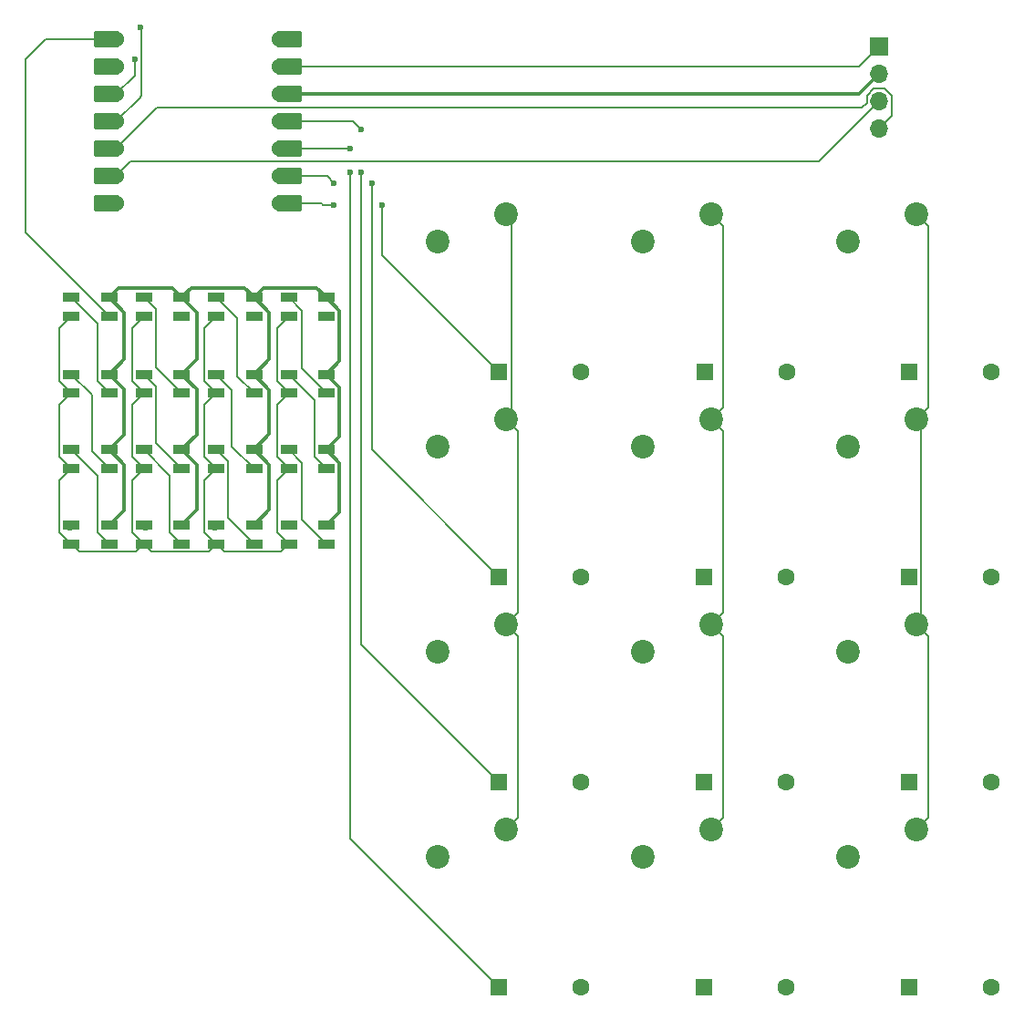
<source format=gbr>
%TF.GenerationSoftware,KiCad,Pcbnew,9.0.6*%
%TF.CreationDate,2025-12-29T13:42:38-07:00*%
%TF.ProjectId,RatPad,52617450-6164-42e6-9b69-6361645f7063,2*%
%TF.SameCoordinates,Original*%
%TF.FileFunction,Copper,L1,Top*%
%TF.FilePolarity,Positive*%
%FSLAX46Y46*%
G04 Gerber Fmt 4.6, Leading zero omitted, Abs format (unit mm)*
G04 Created by KiCad (PCBNEW 9.0.6) date 2025-12-29 13:42:38*
%MOMM*%
%LPD*%
G01*
G04 APERTURE LIST*
G04 Aperture macros list*
%AMRoundRect*
0 Rectangle with rounded corners*
0 $1 Rounding radius*
0 $2 $3 $4 $5 $6 $7 $8 $9 X,Y pos of 4 corners*
0 Add a 4 corners polygon primitive as box body*
4,1,4,$2,$3,$4,$5,$6,$7,$8,$9,$2,$3,0*
0 Add four circle primitives for the rounded corners*
1,1,$1+$1,$2,$3*
1,1,$1+$1,$4,$5*
1,1,$1+$1,$6,$7*
1,1,$1+$1,$8,$9*
0 Add four rect primitives between the rounded corners*
20,1,$1+$1,$2,$3,$4,$5,0*
20,1,$1+$1,$4,$5,$6,$7,0*
20,1,$1+$1,$6,$7,$8,$9,0*
20,1,$1+$1,$8,$9,$2,$3,0*%
G04 Aperture macros list end*
%TA.AperFunction,SMDPad,CuDef*%
%ADD10R,1.600000X0.850000*%
%TD*%
%TA.AperFunction,ComponentPad*%
%ADD11C,2.200000*%
%TD*%
%TA.AperFunction,ComponentPad*%
%ADD12RoundRect,0.250000X-0.550000X-0.550000X0.550000X-0.550000X0.550000X0.550000X-0.550000X0.550000X0*%
%TD*%
%TA.AperFunction,ComponentPad*%
%ADD13C,1.600000*%
%TD*%
%TA.AperFunction,ComponentPad*%
%ADD14R,1.700000X1.700000*%
%TD*%
%TA.AperFunction,ComponentPad*%
%ADD15O,1.700000X1.700000*%
%TD*%
%TA.AperFunction,SMDPad,CuDef*%
%ADD16RoundRect,0.152400X-1.063600X-0.609600X1.063600X-0.609600X1.063600X0.609600X-1.063600X0.609600X0*%
%TD*%
%TA.AperFunction,ComponentPad*%
%ADD17C,1.524000*%
%TD*%
%TA.AperFunction,SMDPad,CuDef*%
%ADD18RoundRect,0.152400X1.063600X0.609600X-1.063600X0.609600X-1.063600X-0.609600X1.063600X-0.609600X0*%
%TD*%
%TA.AperFunction,ViaPad*%
%ADD19C,0.600000*%
%TD*%
%TA.AperFunction,Conductor*%
%ADD20C,0.200000*%
%TD*%
%TA.AperFunction,Conductor*%
%ADD21C,0.300000*%
%TD*%
G04 APERTURE END LIST*
D10*
%TO.P,D7,4,VDD*%
%TO.N,+5V*%
X116846250Y-95756250D03*
%TO.P,D7,3,DIN*%
%TO.N,Net-(D6-DOUT)*%
X116846250Y-97506250D03*
%TO.P,D7,2,VSS*%
%TO.N,GND*%
X113346250Y-97506250D03*
%TO.P,D7,1,DOUT*%
%TO.N,Net-(D7-DOUT)*%
X113346250Y-95756250D03*
%TD*%
%TO.P,D11,4,VDD*%
%TO.N,+5V*%
X123566250Y-95756250D03*
%TO.P,D11,3,DIN*%
%TO.N,Net-(D10-DOUT)*%
X123566250Y-97506250D03*
%TO.P,D11,2,VSS*%
%TO.N,GND*%
X120066250Y-97506250D03*
%TO.P,D11,1,DOUT*%
%TO.N,Net-(D11-DOUT)*%
X120066250Y-95756250D03*
%TD*%
%TO.P,D14,4,VDD*%
%TO.N,+5V*%
X130286250Y-88756250D03*
%TO.P,D14,3,DIN*%
%TO.N,Net-(D13-DOUT)*%
X130286250Y-90506250D03*
%TO.P,D14,2,VSS*%
%TO.N,GND*%
X126786250Y-90506250D03*
%TO.P,D14,1,DOUT*%
%TO.N,Net-(D14-DOUT)*%
X126786250Y-88756250D03*
%TD*%
%TO.P,D16,4,VDD*%
%TO.N,+5V*%
X130286250Y-102756250D03*
%TO.P,D16,3,DIN*%
%TO.N,Net-(D15-DOUT)*%
X130286250Y-104506250D03*
%TO.P,D16,2,VSS*%
%TO.N,GND*%
X126786250Y-104506250D03*
%TO.P,D16,1,DOUT*%
%TO.N,unconnected-(D16-DOUT-Pad1)*%
X126786250Y-102756250D03*
%TD*%
%TO.P,D6,4,VDD*%
%TO.N,+5V*%
X116846250Y-88756250D03*
%TO.P,D6,3,DIN*%
%TO.N,Net-(D5-DOUT)*%
X116846250Y-90506250D03*
%TO.P,D6,2,VSS*%
%TO.N,GND*%
X113346250Y-90506250D03*
%TO.P,D6,1,DOUT*%
%TO.N,Net-(D6-DOUT)*%
X113346250Y-88756250D03*
%TD*%
%TO.P,D8,4,VDD*%
%TO.N,+5V*%
X116846250Y-102756250D03*
%TO.P,D8,3,DIN*%
%TO.N,Net-(D7-DOUT)*%
X116846250Y-104506250D03*
%TO.P,D8,2,VSS*%
%TO.N,GND*%
X113346250Y-104506250D03*
%TO.P,D8,1,DOUT*%
%TO.N,Net-(D8-DOUT)*%
X113346250Y-102756250D03*
%TD*%
%TO.P,D4,4,VDD*%
%TO.N,+5V*%
X110126250Y-102756250D03*
%TO.P,D4,3,DIN*%
%TO.N,Net-(D3-DOUT)*%
X110126250Y-104506250D03*
%TO.P,D4,2,VSS*%
%TO.N,GND*%
X106626250Y-104506250D03*
%TO.P,D4,1,DOUT*%
%TO.N,Net-(D4-DOUT)*%
X106626250Y-102756250D03*
%TD*%
%TO.P,D3,4,VDD*%
%TO.N,+5V*%
X110126250Y-95756250D03*
%TO.P,D3,3,DIN*%
%TO.N,Net-(D2-DOUT)*%
X110126250Y-97506250D03*
%TO.P,D3,2,VSS*%
%TO.N,GND*%
X106626250Y-97506250D03*
%TO.P,D3,1,DOUT*%
%TO.N,Net-(D3-DOUT)*%
X106626250Y-95756250D03*
%TD*%
%TO.P,D10,4,VDD*%
%TO.N,+5V*%
X123566250Y-88756250D03*
%TO.P,D10,3,DIN*%
%TO.N,Net-(D10-DIN)*%
X123566250Y-90506250D03*
%TO.P,D10,2,VSS*%
%TO.N,GND*%
X120066250Y-90506250D03*
%TO.P,D10,1,DOUT*%
%TO.N,Net-(D10-DOUT)*%
X120066250Y-88756250D03*
%TD*%
%TO.P,D2,4,VDD*%
%TO.N,+5V*%
X110126250Y-88756250D03*
%TO.P,D2,3,DIN*%
%TO.N,Net-(D1-DOUT)*%
X110126250Y-90506250D03*
%TO.P,D2,2,VSS*%
%TO.N,GND*%
X106626250Y-90506250D03*
%TO.P,D2,1,DOUT*%
%TO.N,Net-(D2-DOUT)*%
X106626250Y-88756250D03*
%TD*%
%TO.P,D12,4,VDD*%
%TO.N,+5V*%
X123566250Y-102756250D03*
%TO.P,D12,3,DIN*%
%TO.N,Net-(D11-DOUT)*%
X123566250Y-104506250D03*
%TO.P,D12,2,VSS*%
%TO.N,GND*%
X120066250Y-104506250D03*
%TO.P,D12,1,DOUT*%
%TO.N,Net-(D12-DOUT)*%
X120066250Y-102756250D03*
%TD*%
%TO.P,D15,4,VDD*%
%TO.N,+5V*%
X130286250Y-95756250D03*
%TO.P,D15,3,DIN*%
%TO.N,Net-(D14-DOUT)*%
X130286250Y-97506250D03*
%TO.P,D15,2,VSS*%
%TO.N,GND*%
X126786250Y-97506250D03*
%TO.P,D15,1,DOUT*%
%TO.N,Net-(D15-DOUT)*%
X126786250Y-95756250D03*
%TD*%
D11*
%TO.P,SW12,1,1*%
%TO.N,Col 3*%
X185040000Y-131070000D03*
%TO.P,SW12,2,2*%
%TO.N,Net-(D28-A)*%
X178690000Y-133610000D03*
%TD*%
%TO.P,SW11,1,1*%
%TO.N,Col 3*%
X185040000Y-112020000D03*
%TO.P,SW11,2,2*%
%TO.N,Net-(D25-A)*%
X178690000Y-114560000D03*
%TD*%
%TO.P,SW10,1,1*%
%TO.N,Col 3*%
X185040000Y-92970000D03*
%TO.P,SW10,2,2*%
%TO.N,Net-(D22-A)*%
X178690000Y-95510000D03*
%TD*%
%TO.P,SW9,1,1*%
%TO.N,Col 3*%
X185040000Y-73920000D03*
%TO.P,SW9,2,2*%
%TO.N,Net-(D19-A)*%
X178690000Y-76460000D03*
%TD*%
%TO.P,SW8,1,1*%
%TO.N,Col 2*%
X165990000Y-131070000D03*
%TO.P,SW8,2,2*%
%TO.N,Net-(D27-A)*%
X159640000Y-133610000D03*
%TD*%
%TO.P,SW7,1,1*%
%TO.N,Col 2*%
X165990000Y-112020000D03*
%TO.P,SW7,2,2*%
%TO.N,Net-(D24-A)*%
X159640000Y-114560000D03*
%TD*%
%TO.P,SW6,1,1*%
%TO.N,Col 2*%
X165990000Y-92970000D03*
%TO.P,SW6,2,2*%
%TO.N,Net-(D21-A)*%
X159640000Y-95510000D03*
%TD*%
%TO.P,SW5,1,1*%
%TO.N,Col 2*%
X165990000Y-73920000D03*
%TO.P,SW5,2,2*%
%TO.N,Net-(D18-A)*%
X159640000Y-76460000D03*
%TD*%
%TO.P,SW4,1,1*%
%TO.N,Col 1*%
X146940000Y-131070000D03*
%TO.P,SW4,2,2*%
%TO.N,Net-(D26-A)*%
X140590000Y-133610000D03*
%TD*%
%TO.P,SW3,1,1*%
%TO.N,Col 1*%
X146940000Y-112020000D03*
%TO.P,SW3,2,2*%
%TO.N,Net-(D23-A)*%
X140590000Y-114560000D03*
%TD*%
%TO.P,SW2,1,1*%
%TO.N,Col 1*%
X146940000Y-92970000D03*
%TO.P,SW2,2,2*%
%TO.N,Net-(D20-A)*%
X140590000Y-95510000D03*
%TD*%
%TO.P,SW1,1,1*%
%TO.N,Col 1*%
X146940000Y-73920000D03*
%TO.P,SW1,2,2*%
%TO.N,Net-(D17-A)*%
X140590000Y-76460000D03*
%TD*%
D12*
%TO.P,D28,1,K*%
%TO.N,Row 4*%
X184405000Y-145675000D03*
D13*
%TO.P,D28,2,A*%
%TO.N,Net-(D28-A)*%
X192025000Y-145675000D03*
%TD*%
D12*
%TO.P,D27,1,K*%
%TO.N,Row 4*%
X165355000Y-145675000D03*
D13*
%TO.P,D27,2,A*%
%TO.N,Net-(D27-A)*%
X172975000Y-145675000D03*
%TD*%
D12*
%TO.P,D26,1,K*%
%TO.N,Row 4*%
X146305000Y-145675000D03*
D13*
%TO.P,D26,2,A*%
%TO.N,Net-(D26-A)*%
X153925000Y-145675000D03*
%TD*%
D12*
%TO.P,D25,1,K*%
%TO.N,Row 3*%
X184405000Y-126625000D03*
D13*
%TO.P,D25,2,A*%
%TO.N,Net-(D25-A)*%
X192025000Y-126625000D03*
%TD*%
D12*
%TO.P,D24,1,K*%
%TO.N,Row 3*%
X165355000Y-126625000D03*
D13*
%TO.P,D24,2,A*%
%TO.N,Net-(D24-A)*%
X172975000Y-126625000D03*
%TD*%
D12*
%TO.P,D23,1,K*%
%TO.N,Row 3*%
X146305000Y-126625000D03*
D13*
%TO.P,D23,2,A*%
%TO.N,Net-(D23-A)*%
X153925000Y-126625000D03*
%TD*%
D12*
%TO.P,D22,1,K*%
%TO.N,Row 2*%
X184405000Y-107575000D03*
D13*
%TO.P,D22,2,A*%
%TO.N,Net-(D22-A)*%
X192025000Y-107575000D03*
%TD*%
D12*
%TO.P,D21,1,K*%
%TO.N,Row 2*%
X165355000Y-107575000D03*
D13*
%TO.P,D21,2,A*%
%TO.N,Net-(D21-A)*%
X172975000Y-107575000D03*
%TD*%
D12*
%TO.P,D20,1,K*%
%TO.N,Row 2*%
X146305000Y-107575000D03*
D13*
%TO.P,D20,2,A*%
%TO.N,Net-(D20-A)*%
X153925000Y-107575000D03*
%TD*%
D12*
%TO.P,D19,1,K*%
%TO.N,Row 1*%
X184405000Y-88525000D03*
D13*
%TO.P,D19,2,A*%
%TO.N,Net-(D19-A)*%
X192025000Y-88525000D03*
%TD*%
D12*
%TO.P,D18,1,K*%
%TO.N,Row 1*%
X165405000Y-88525000D03*
D13*
%TO.P,D18,2,A*%
%TO.N,Net-(D18-A)*%
X173025000Y-88525000D03*
%TD*%
D12*
%TO.P,D17,1,K*%
%TO.N,Row 1*%
X146305000Y-88525000D03*
D13*
%TO.P,D17,2,A*%
%TO.N,Net-(D17-A)*%
X153925000Y-88525000D03*
%TD*%
D10*
%TO.P,D1,4,VDD*%
%TO.N,+5V*%
X110126250Y-81631250D03*
%TO.P,D1,3,DIN*%
%TO.N,Net-(D1-DIN)*%
X110126250Y-83381250D03*
%TO.P,D1,2,VSS*%
%TO.N,GND*%
X106626250Y-83381250D03*
%TO.P,D1,1,DOUT*%
%TO.N,Net-(D1-DOUT)*%
X106626250Y-81631250D03*
%TD*%
%TO.P,D9,4,VDD*%
%TO.N,+5V*%
X123566250Y-81631250D03*
%TO.P,D9,3,DIN*%
%TO.N,Net-(D8-DOUT)*%
X123566250Y-83381250D03*
%TO.P,D9,2,VSS*%
%TO.N,GND*%
X120066250Y-83381250D03*
%TO.P,D9,1,DOUT*%
%TO.N,Net-(D10-DIN)*%
X120066250Y-81631250D03*
%TD*%
%TO.P,D5,4,VDD*%
%TO.N,+5V*%
X116846250Y-81631250D03*
%TO.P,D5,3,DIN*%
%TO.N,Net-(D4-DOUT)*%
X116846250Y-83381250D03*
%TO.P,D5,2,VSS*%
%TO.N,GND*%
X113346250Y-83381250D03*
%TO.P,D5,1,DOUT*%
%TO.N,Net-(D5-DOUT)*%
X113346250Y-81631250D03*
%TD*%
%TO.P,D13,4,VDD*%
%TO.N,+5V*%
X130286250Y-81631250D03*
%TO.P,D13,3,DIN*%
%TO.N,Net-(D12-DOUT)*%
X130286250Y-83381250D03*
%TO.P,D13,2,VSS*%
%TO.N,GND*%
X126786250Y-83381250D03*
%TO.P,D13,1,DOUT*%
%TO.N,Net-(D13-DOUT)*%
X126786250Y-81631250D03*
%TD*%
D14*
%TO.P,OLED1,1,GND*%
%TO.N,GND*%
X181615000Y-58305000D03*
D15*
%TO.P,OLED1,2,VCC*%
%TO.N,+3.3V*%
X181615000Y-60845000D03*
%TO.P,OLED1,3,SCL*%
%TO.N,Net-(OLED1-SCL)*%
X181615000Y-63385000D03*
%TO.P,OLED1,4,SDA*%
%TO.N,Net-(OLED1-SDA)*%
X181615000Y-65925000D03*
%TD*%
D16*
%TO.P,U1,14,VBUS*%
%TO.N,+5V*%
X126835000Y-57650000D03*
D17*
X126000000Y-57650000D03*
D16*
%TO.P,U1,13,GND*%
%TO.N,GND*%
X126835000Y-60190000D03*
D17*
X126000000Y-60190000D03*
D16*
%TO.P,U1,12,3V3*%
%TO.N,+3.3V*%
X126835000Y-62730000D03*
D17*
X126000000Y-62730000D03*
D16*
%TO.P,U1,11,GPIO3/MOSI*%
%TO.N,Row 3*%
X126835000Y-65270000D03*
D17*
X126000000Y-65270000D03*
D16*
%TO.P,U1,10,GPIO4/MISO*%
%TO.N,Row 4*%
X126835000Y-67810000D03*
D17*
X126000000Y-67810000D03*
D16*
%TO.P,U1,9,GPIO2/SCK*%
%TO.N,Row 2*%
X126835000Y-70350000D03*
D17*
X126000000Y-70350000D03*
D16*
%TO.P,U1,8,GPIO1/RX*%
%TO.N,Row 1*%
X126835000Y-72890000D03*
D17*
X126000000Y-72890000D03*
%TO.P,U1,7,GPIO0/TX*%
%TO.N,unconnected-(U1-GPIO0{slash}TX-Pad7)*%
X110760000Y-72890000D03*
D18*
X109925000Y-72890000D03*
D17*
%TO.P,U1,6,GPIO7/SCL*%
%TO.N,Net-(OLED1-SCL)*%
X110760000Y-70350000D03*
D18*
X109925000Y-70350000D03*
D17*
%TO.P,U1,5,GPIO6/SDA*%
%TO.N,Net-(OLED1-SDA)*%
X110760000Y-67810000D03*
D18*
X109925000Y-67810000D03*
D17*
%TO.P,U1,4,GPIO29/ADC3/A3*%
%TO.N,Col 3*%
X110760000Y-65270000D03*
D18*
X109925000Y-65270000D03*
D17*
%TO.P,U1,3,GPIO28/ADC2/A2*%
%TO.N,Col 2*%
X110760000Y-62730000D03*
D18*
X109925000Y-62730000D03*
D17*
%TO.P,U1,2,GPIO27/ADC1/A1*%
%TO.N,Col 1*%
X110760000Y-60190000D03*
D18*
X109925000Y-60190000D03*
D17*
%TO.P,U1,1,GPIO26/ADC0/A0*%
%TO.N,Net-(D1-DIN)*%
X110760000Y-57650000D03*
D18*
X109925000Y-57650000D03*
%TD*%
D19*
%TO.N,Net-(D12-DOUT)*%
X120000000Y-103000000D03*
%TO.N,Net-(D4-DOUT)*%
X106500000Y-103000000D03*
%TO.N,Net-(D8-DOUT)*%
X113500000Y-103000000D03*
%TO.N,GND*%
X120066250Y-83381250D03*
%TO.N,Col 3*%
X113000000Y-56500000D03*
%TO.N,Col 2*%
X112500000Y-59500000D03*
%TO.N,Row 1*%
X131000000Y-73000000D03*
X135500000Y-73000000D03*
%TO.N,Row 2*%
X134500000Y-71000000D03*
X131000000Y-71000000D03*
%TO.N,Row 3*%
X133500000Y-66000000D03*
X133500000Y-70000000D03*
%TO.N,Row 4*%
X132500000Y-70000000D03*
X132500000Y-67810000D03*
%TO.N,+5V*%
X130286250Y-81631250D03*
%TO.N,Net-(D12-DOUT)*%
X130286250Y-83381250D03*
%TO.N,Net-(D8-DOUT)*%
X123566250Y-83381250D03*
%TO.N,Net-(D4-DOUT)*%
X116846250Y-83381250D03*
%TD*%
D20*
%TO.N,Net-(OLED1-SDA)*%
X114570000Y-64000000D02*
X110760000Y-67810000D01*
X180464000Y-63536000D02*
X180000000Y-64000000D01*
X181138240Y-62234000D02*
X180464000Y-62908240D01*
X180464000Y-62908240D02*
X180464000Y-63536000D01*
X182766000Y-62908240D02*
X182091760Y-62234000D01*
X182091760Y-62234000D02*
X181138240Y-62234000D01*
X180000000Y-64000000D02*
X114570000Y-64000000D01*
X182766000Y-64774000D02*
X182766000Y-62908240D01*
X181615000Y-65925000D02*
X182766000Y-64774000D01*
D21*
%TO.N,+5V*%
X129405000Y-80750000D02*
X130286250Y-81631250D01*
X124447500Y-80750000D02*
X129405000Y-80750000D01*
X123566250Y-81631250D02*
X124447500Y-80750000D01*
X122685000Y-80750000D02*
X123566250Y-81631250D01*
X117727500Y-80750000D02*
X122685000Y-80750000D01*
X116846250Y-81631250D02*
X117727500Y-80750000D01*
X115965000Y-80750000D02*
X116846250Y-81631250D01*
X111007500Y-80750000D02*
X115965000Y-80750000D01*
X110126250Y-81631250D02*
X111007500Y-80750000D01*
X118250000Y-83035000D02*
X118250000Y-87352500D01*
X116846250Y-81631250D02*
X118250000Y-83035000D01*
X118250000Y-87352500D02*
X116846250Y-88756250D01*
X118250000Y-90160000D02*
X118250000Y-94352500D01*
X116846250Y-88756250D02*
X118250000Y-90160000D01*
X118250000Y-94352500D02*
X116846250Y-95756250D01*
X118250000Y-101352500D02*
X116846250Y-102756250D01*
X118250000Y-97160000D02*
X118250000Y-101352500D01*
X116846250Y-95756250D02*
X118250000Y-97160000D01*
X125000000Y-97190000D02*
X125000000Y-101322500D01*
X125000000Y-101322500D02*
X123566250Y-102756250D01*
X123566250Y-95756250D02*
X125000000Y-97190000D01*
X125000000Y-94322500D02*
X123566250Y-95756250D01*
X125000000Y-90190000D02*
X125000000Y-94322500D01*
X123566250Y-88756250D02*
X125000000Y-90190000D01*
X125000000Y-87322500D02*
X123566250Y-88756250D01*
X123566250Y-81631250D02*
X125000000Y-83065000D01*
X125000000Y-83065000D02*
X125000000Y-87322500D01*
D20*
%TO.N,GND*%
X118965250Y-103405250D02*
X120066250Y-104506250D01*
X118965250Y-98607250D02*
X118965250Y-103405250D01*
X120066250Y-97506250D02*
X118965250Y-98607250D01*
X105525250Y-96405250D02*
X106626250Y-97506250D01*
X105525250Y-91607250D02*
X105525250Y-96405250D01*
X106626250Y-90506250D02*
X105525250Y-91607250D01*
X112245250Y-91607250D02*
X112245250Y-96405250D01*
X113346250Y-90506250D02*
X112245250Y-91607250D01*
X112245250Y-96405250D02*
X113346250Y-97506250D01*
X125685250Y-96405250D02*
X126786250Y-97506250D01*
X125685250Y-91607250D02*
X125685250Y-96405250D01*
X126786250Y-90506250D02*
X125685250Y-91607250D01*
X118965250Y-84482250D02*
X118965250Y-89405250D01*
X120066250Y-83381250D02*
X118965250Y-84482250D01*
X118965250Y-89405250D02*
X120066250Y-90506250D01*
X105525250Y-89405250D02*
X106626250Y-90506250D01*
X105525250Y-84482250D02*
X105525250Y-89405250D01*
X106626250Y-83381250D02*
X105525250Y-84482250D01*
D21*
%TO.N,+5V*%
X131500000Y-87542500D02*
X130286250Y-88756250D01*
X131500000Y-82845000D02*
X131500000Y-87542500D01*
X130286250Y-81631250D02*
X131500000Y-82845000D01*
D20*
%TO.N,Net-(D13-DOUT)*%
X128000000Y-82845000D02*
X128000000Y-88220000D01*
X126786250Y-81631250D02*
X128000000Y-82845000D01*
X128000000Y-88220000D02*
X130286250Y-90506250D01*
%TO.N,GND*%
X125685250Y-89405250D02*
X126786250Y-90506250D01*
X125685250Y-84482250D02*
X125685250Y-89405250D01*
X126786250Y-83381250D02*
X125685250Y-84482250D01*
%TO.N,Net-(D10-DIN)*%
X122000000Y-88940000D02*
X123566250Y-90506250D01*
X122000000Y-83565000D02*
X122000000Y-88940000D01*
X120066250Y-81631250D02*
X122000000Y-83565000D01*
%TO.N,Net-(D5-DOUT)*%
X114447250Y-88107250D02*
X116846250Y-90506250D01*
X114447250Y-82732250D02*
X114447250Y-88107250D01*
X113346250Y-81631250D02*
X114447250Y-82732250D01*
%TO.N,GND*%
X112245250Y-89405250D02*
X113346250Y-90506250D01*
X112245250Y-84482250D02*
X112245250Y-89405250D01*
X113346250Y-83381250D02*
X112245250Y-84482250D01*
D21*
%TO.N,+5V*%
X111500000Y-87382500D02*
X110126250Y-88756250D01*
X110126250Y-81631250D02*
X111500000Y-83005000D01*
X111500000Y-83005000D02*
X111500000Y-87382500D01*
D20*
%TO.N,Net-(D1-DOUT)*%
X109025250Y-84030250D02*
X109025250Y-89405250D01*
X109025250Y-89405250D02*
X110126250Y-90506250D01*
X106626250Y-81631250D02*
X109025250Y-84030250D01*
%TO.N,Net-(D2-DOUT)*%
X108500000Y-95880000D02*
X110126250Y-97506250D01*
X108500000Y-90630000D02*
X108500000Y-95880000D01*
X106626250Y-88756250D02*
X108500000Y-90630000D01*
D21*
%TO.N,+5V*%
X111500000Y-90130000D02*
X111500000Y-94382500D01*
X111500000Y-94382500D02*
X110126250Y-95756250D01*
X110126250Y-88756250D02*
X111500000Y-90130000D01*
D20*
%TO.N,Net-(D6-DOUT)*%
X114500000Y-95160000D02*
X116846250Y-97506250D01*
X113346250Y-88756250D02*
X114500000Y-89910000D01*
X114500000Y-89910000D02*
X114500000Y-95160000D01*
%TO.N,GND*%
X118965250Y-96405250D02*
X120066250Y-97506250D01*
X118965250Y-91607250D02*
X118965250Y-96405250D01*
X120066250Y-90506250D02*
X118965250Y-91607250D01*
%TO.N,Net-(D10-DOUT)*%
X121500000Y-90190000D02*
X121500000Y-95440000D01*
X120066250Y-88756250D02*
X121500000Y-90190000D01*
X121500000Y-95440000D02*
X123566250Y-97506250D01*
D21*
%TO.N,+5V*%
X131500000Y-89970000D02*
X131500000Y-94542500D01*
X130286250Y-88756250D02*
X131500000Y-89970000D01*
X131500000Y-94542500D02*
X130286250Y-95756250D01*
D20*
%TO.N,Net-(D14-DOUT)*%
X129185250Y-96405250D02*
X130286250Y-97506250D01*
X126786250Y-88756250D02*
X129185250Y-91155250D01*
X129185250Y-91155250D02*
X129185250Y-96405250D01*
D21*
%TO.N,+5V*%
X131500000Y-101542500D02*
X130286250Y-102756250D01*
X131500000Y-96970000D02*
X131500000Y-101542500D01*
X130286250Y-95756250D02*
X131500000Y-96970000D01*
D20*
%TO.N,Net-(D15-DOUT)*%
X128000000Y-102220000D02*
X130286250Y-104506250D01*
X128000000Y-96970000D02*
X128000000Y-102220000D01*
X126786250Y-95756250D02*
X128000000Y-96970000D01*
%TO.N,GND*%
X125685250Y-103405250D02*
X126786250Y-104506250D01*
X126786250Y-97506250D02*
X125685250Y-98607250D01*
X125685250Y-98607250D02*
X125685250Y-103405250D01*
X112245250Y-103405250D02*
X113346250Y-104506250D01*
X112245250Y-98607250D02*
X112245250Y-103405250D01*
X113346250Y-97506250D02*
X112245250Y-98607250D01*
%TO.N,Net-(D7-DOUT)*%
X115745250Y-98155250D02*
X115745250Y-103405250D01*
X115745250Y-103405250D02*
X116846250Y-104506250D01*
X113346250Y-95756250D02*
X115745250Y-98155250D01*
%TO.N,Net-(D11-DOUT)*%
X121167250Y-102107250D02*
X123566250Y-104506250D01*
X120066250Y-95756250D02*
X121167250Y-96857250D01*
X121167250Y-96857250D02*
X121167250Y-102107250D01*
D21*
%TO.N,+5V*%
X111500000Y-97130000D02*
X111500000Y-101382500D01*
X111500000Y-101382500D02*
X110126250Y-102756250D01*
X110126250Y-95756250D02*
X111500000Y-97130000D01*
D20*
%TO.N,Net-(D3-DOUT)*%
X109025250Y-103405250D02*
X110126250Y-104506250D01*
X109025250Y-98155250D02*
X109025250Y-103405250D01*
X106626250Y-95756250D02*
X109025250Y-98155250D01*
%TO.N,GND*%
X105525250Y-98607250D02*
X106626250Y-97506250D01*
X105525250Y-103405250D02*
X105525250Y-98607250D01*
X106626250Y-104506250D02*
X105525250Y-103405250D01*
%TO.N,Net-(D8-DOUT)*%
X113346250Y-102756250D02*
X113346250Y-102846250D01*
%TO.N,Net-(D4-DOUT)*%
X106626250Y-102873750D02*
X106500000Y-103000000D01*
%TO.N,Net-(D8-DOUT)*%
X113346250Y-102846250D02*
X113500000Y-103000000D01*
%TO.N,Net-(D4-DOUT)*%
X106626250Y-102756250D02*
X106626250Y-102873750D01*
%TO.N,GND*%
X120792250Y-105232250D02*
X126060250Y-105232250D01*
X126060250Y-105232250D02*
X126786250Y-104506250D01*
X119340250Y-105232250D02*
X120066250Y-104506250D01*
X107352250Y-105232250D02*
X112620250Y-105232250D01*
X112620250Y-105232250D02*
X113346250Y-104506250D01*
X106626250Y-104506250D02*
X107352250Y-105232250D01*
X114072250Y-105232250D02*
X119340250Y-105232250D01*
X113346250Y-104506250D02*
X114072250Y-105232250D01*
X120066250Y-104506250D02*
X120792250Y-105232250D01*
%TO.N,Net-(D12-DOUT)*%
X120066250Y-102933750D02*
X120000000Y-103000000D01*
X120066250Y-102756250D02*
X120066250Y-102933750D01*
D21*
%TO.N,+3.3V*%
X179730000Y-62730000D02*
X126000000Y-62730000D01*
X181615000Y-60845000D02*
X179730000Y-62730000D01*
D20*
%TO.N,Col 3*%
X113000000Y-63030000D02*
X110760000Y-65270000D01*
X113000000Y-63000000D02*
X113000000Y-63030000D01*
X113101000Y-62899000D02*
X113000000Y-63000000D01*
X113101000Y-56601000D02*
X113101000Y-62899000D01*
X113000000Y-56500000D02*
X113101000Y-56601000D01*
%TO.N,Col 2*%
X112500000Y-59500000D02*
X112500000Y-60990000D01*
X112500000Y-60990000D02*
X110760000Y-62730000D01*
%TO.N,Row 1*%
X129890000Y-72890000D02*
X126000000Y-72890000D01*
X130000000Y-73000000D02*
X129890000Y-72890000D01*
X131000000Y-73000000D02*
X130000000Y-73000000D01*
X146305000Y-88525000D02*
X135500000Y-77720000D01*
X135500000Y-77720000D02*
X135500000Y-73000000D01*
%TO.N,Row 2*%
X130350000Y-70350000D02*
X126000000Y-70350000D01*
X131000000Y-71000000D02*
X130350000Y-70350000D01*
X134500000Y-95770000D02*
X134500000Y-71000000D01*
X146305000Y-107575000D02*
X134500000Y-95770000D01*
%TO.N,Row 4*%
X132500000Y-67810000D02*
X126000000Y-67810000D01*
%TO.N,Row 3*%
X132770000Y-65270000D02*
X126000000Y-65270000D01*
X133500000Y-66000000D02*
X132770000Y-65270000D01*
X146305000Y-126625000D02*
X133500000Y-113820000D01*
X133500000Y-113820000D02*
X133500000Y-70000000D01*
%TO.N,Row 4*%
X146305000Y-145675000D02*
X132500000Y-131870000D01*
X132500000Y-131870000D02*
X132500000Y-70000000D01*
%TO.N,Col 3*%
X186139999Y-113119999D02*
X186139999Y-129970001D01*
X185040000Y-112020000D02*
X186139999Y-113119999D01*
X186139999Y-129970001D02*
X185040000Y-131070000D01*
X185506000Y-111554000D02*
X185040000Y-112020000D01*
X185506000Y-93436000D02*
X185506000Y-111554000D01*
X185040000Y-92970000D02*
X185506000Y-93436000D01*
X186139999Y-75019999D02*
X186139999Y-91870001D01*
X185040000Y-73920000D02*
X186139999Y-75019999D01*
X186139999Y-91870001D02*
X185040000Y-92970000D01*
%TO.N,Col 2*%
X167089999Y-113119999D02*
X167089999Y-129970001D01*
X165990000Y-112020000D02*
X167089999Y-113119999D01*
X167089999Y-129970001D02*
X165990000Y-131070000D01*
X167089999Y-110920001D02*
X165990000Y-112020000D01*
X165990000Y-92970000D02*
X167089999Y-94069999D01*
X167089999Y-94069999D02*
X167089999Y-110920001D01*
X167089999Y-91870001D02*
X165990000Y-92970000D01*
X167089999Y-75019999D02*
X167089999Y-91870001D01*
X165990000Y-73920000D02*
X167089999Y-75019999D01*
%TO.N,Col 1*%
X147500000Y-92410000D02*
X146940000Y-92970000D01*
X147500000Y-74480000D02*
X147500000Y-92410000D01*
X146940000Y-73920000D02*
X147500000Y-74480000D01*
X148039999Y-129970001D02*
X146940000Y-131070000D01*
X148039999Y-113119999D02*
X148039999Y-129970001D01*
X146940000Y-112020000D02*
X148039999Y-113119999D01*
X148039999Y-110920001D02*
X146940000Y-112020000D01*
X148039999Y-94069999D02*
X148039999Y-110920001D01*
X146940000Y-92970000D02*
X148039999Y-94069999D01*
%TO.N,Net-(D1-DIN)*%
X102351000Y-75606000D02*
X102351000Y-59500000D01*
X102351000Y-59500000D02*
X104201000Y-57650000D01*
X104201000Y-57650000D02*
X110760000Y-57650000D01*
X110126250Y-83381250D02*
X102351000Y-75606000D01*
%TO.N,Net-(OLED1-SCL)*%
X181615000Y-63385000D02*
X176000000Y-69000000D01*
X176000000Y-69000000D02*
X112110000Y-69000000D01*
X112110000Y-69000000D02*
X110760000Y-70350000D01*
%TO.N,GND*%
X179730000Y-60190000D02*
X126000000Y-60190000D01*
X181615000Y-58305000D02*
X179730000Y-60190000D01*
%TD*%
M02*

</source>
